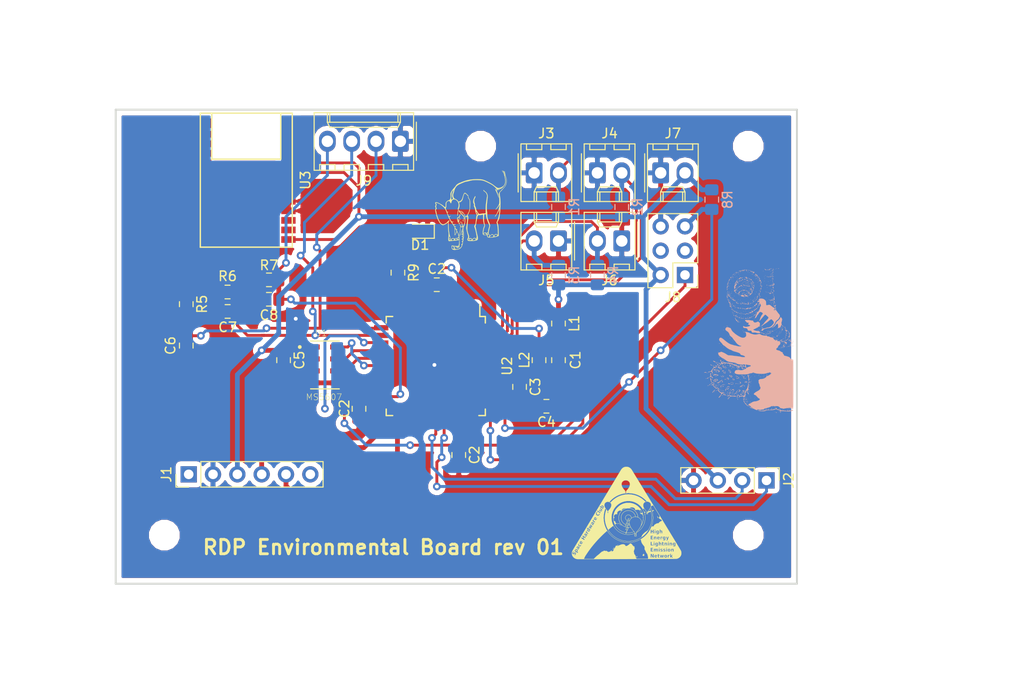
<source format=kicad_pcb>
(kicad_pcb (version 20171130) (host pcbnew 5.0.1)
  (title_block (title "HELEN RDP Environmental Board") (date 2018-10-28) (rev 01) (company "UAH Space Hardware Club") (comment 1 "Made by: Cory Wolfe"))
  (layers (0 F.Cu signal) (31 B.Cu signal) (34 B.Paste user) (35 F.Paste user) (36 B.SilkS user) (37 F.SilkS user) (38 B.Mask user) (39 F.Mask user) (44 Edge.Cuts user))
  (net 0 "")
  (net 1 GND)
  (net 2 "Net-(C1-Pad1)")
  (net 3 "Net-(C3-Pad1)")
  (net 4 +3V3)
  (net 5 /RXC)
  (net 6 /TXC)
  (net 7 /PPS)
  (net 8 "Net-(D1-Pad2)")
  (net 9 "Net-(J1-Pad1)")
  (net 10 /RXD)
  (net 11 /TXD)
  (net 12 "Net-(J1-Pad6)")
  (net 13 /SCLE)
  (net 14 /SDAD)
  (net 15 /RT1)
  (net 16 /RT2)
  (net 17 /RT3)
  (net 18 /RT4)
  (net 19 /PDI-DATA)
  (net 20 "Net-(J8-Pad3)")
  (net 21 "Net-(J8-Pad4)")
  (net 22 /PDI-CLK)
  (net 23 "Net-(R5-Pad1)")
  (net 24 "Net-(R6-Pad1)")
  (net 25 "Net-(R7-Pad2)")
  (net 26 /LED)
  (net 27 /SCLKC)
  (net 28 /SSC)
  (net 29 /MISOC)
  (net 30 /MOSIC)
  (net 31 "Net-(U2-Pad1)")
  (net 32 "Net-(U2-Pad2)")
  (net 33 "Net-(U2-Pad3)")
  (net 34 "Net-(U2-Pad4)")
  (net 35 "Net-(U2-Pad5)")
  (net 36 "Net-(U2-Pad6)")
  (net 37 "Net-(U2-Pad7)")
  (net 38 "Net-(U2-Pad11)")
  (net 39 "Net-(U2-Pad20)")
  (net 40 "Net-(U2-Pad24)")
  (net 41 "Net-(U2-Pad25)")
  (net 42 "Net-(U2-Pad26)")
  (net 43 "Net-(U2-Pad27)")
  (net 44 "Net-(U2-Pad32)")
  (net 45 "Net-(U2-Pad33)")
  (net 46 "Net-(U2-Pad36)")
  (net 47 "Net-(U2-Pad37)")
  (net 48 "Net-(U2-Pad40)")
  (net 49 "Net-(U3-Pad2)")
  (net 50 "Net-(U3-Pad3)")
  (net 51 "Net-(U3-Pad6)")
  (net 52 "Net-(U3-Pad7)")
  (net 53 "Net-(U3-Pad16)")
  (net 54 "Net-(U3-Pad17)")
  (net 55 "Net-(U3-Pad20)")
  (net 56 "Net-(U3-Pad23)")
  (net 57 "Net-(U3-Pad24)")
  (net 58 "Net-(U3-Pad28)")
  (net 59 "Net-(U3-Pad30)")
  (module MountingHole:MountingHole_2.2mm_M2 (layer F.Cu) (at 60.96 25.4 90)
    (fp_text reference REF** hide)
    (fp_text value MountingHole_2.2mm_M2 hide)
    (pad 1 np_thru_hole circle (at 0 0 90) (size 2.2 2.2) (drill 2.2) (layers *.Cu *.Mask))
  )
  (module MountingHole:MountingHole_2.2mm_M2 (layer F.Cu) (at 27.94 66.04 90)
    (fp_text reference REF** hide)
    (fp_text value MountingHole_2.2mm_M2 hide)
    (pad 1 np_thru_hole circle (at 0 0 90) (size 2.2 2.2) (drill 2.2) (layers *.Cu *.Mask))
  )
  (module MountingHole:MountingHole_2.2mm_M2 (layer F.Cu) (at 88.9 66.04 90)
    (fp_text reference REF** hide)
    (fp_text value MountingHole_2.2mm_M2 hide)
    (pad 1 np_thru_hole circle (at 0 0 90) (size 2.2 2.2) (drill 2.2) (layers *.Cu *.Mask))
  )
  (module Capacitor_SMD:C_0805_2012Metric_Pad1.15x1.40mm_HandSolder (layer F.Cu) (at 65.024 50.555 270)
    (fp_text reference C3 (at 0 -1.65 270) (layer F.SilkS))
    (fp_text value 100nF)
    (pad 1 smd roundrect (at -1.025 0 270) (size 1.15 1.4) (layers F.Cu F.Paste F.Mask) (roundrect_rratio 0.217391) (net 3 "Net-(C3-Pad1)"))
    (pad 2 smd roundrect (at 1.025 0 270) (size 1.15 1.4) (layers F.Cu F.Paste F.Mask) (roundrect_rratio 0.217391) (net 1 GND))
  )
  (module Capacitor_SMD:C_0805_2012Metric_Pad1.15x1.40mm_HandSolder (layer F.Cu) (at 56.379 39.878)
    (fp_text reference C2 (at 0 -1.65) (layer F.SilkS))
    (fp_text value 100nF)
    (pad 2 smd roundrect (at 1.025 0) (size 1.15 1.4) (layers F.Cu F.Paste F.Mask) (roundrect_rratio 0.217391) (net 1 GND))
    (pad 1 smd roundrect (at -1.025 0) (size 1.15 1.4) (layers F.Cu F.Paste F.Mask) (roundrect_rratio 0.217391) (net 2 "Net-(C1-Pad1)"))
  )
  (module Capacitor_SMD:C_0805_2012Metric_Pad1.15x1.40mm_HandSolder (layer F.Cu) (at 48.26 52.841 270)
    (fp_text reference C2 (at -0.009 1.524 270) (layer F.SilkS))
    (fp_text value 100nF)
    (pad 1 smd roundrect (at -1.025 0 270) (size 1.15 1.4) (layers F.Cu F.Paste F.Mask) (roundrect_rratio 0.217391) (net 2 "Net-(C1-Pad1)"))
    (pad 2 smd roundrect (at 1.025 0 270) (size 1.15 1.4) (layers F.Cu F.Paste F.Mask) (roundrect_rratio 0.217391) (net 1 GND))
  )
  (module Capacitor_SMD:C_0805_2012Metric_Pad1.15x1.40mm_HandSolder (layer F.Cu) (at 69.088 47.761 270)
    (fp_text reference C1 (at -0.009 -1.778 270) (layer F.SilkS))
    (fp_text value 10μF)
    (pad 2 smd roundrect (at 1.025 0 270) (size 1.15 1.4) (layers F.Cu F.Paste F.Mask) (roundrect_rratio 0.217391) (net 1 GND))
    (pad 1 smd roundrect (at -1.025 0 270) (size 1.15 1.4) (layers F.Cu F.Paste F.Mask) (roundrect_rratio 0.217391) (net 2 "Net-(C1-Pad1)"))
  )
  (module Capacitor_SMD:C_0805_2012Metric_Pad1.15x1.40mm_HandSolder (layer F.Cu) (at 58.674 57.667 270)
    (fp_text reference C2 (at 0 -1.65 270) (layer F.SilkS))
    (fp_text value 100nF)
    (pad 1 smd roundrect (at -1.025 0 270) (size 1.15 1.4) (layers F.Cu F.Paste F.Mask) (roundrect_rratio 0.217391) (net 2 "Net-(C1-Pad1)"))
    (pad 2 smd roundrect (at 1.025 0 270) (size 1.15 1.4) (layers F.Cu F.Paste F.Mask) (roundrect_rratio 0.217391) (net 1 GND))
  )
  (module Capacitor_SMD:C_0805_2012Metric_Pad1.15x1.40mm_HandSolder (layer F.Cu) (at 67.827 52.578 180)
    (fp_text reference C4 (at 0 -1.65 180) (layer F.SilkS))
    (fp_text value 10μF)
    (pad 2 smd roundrect (at 1.025 0 180) (size 1.15 1.4) (layers F.Cu F.Paste F.Mask) (roundrect_rratio 0.217391) (net 3 "Net-(C3-Pad1)"))
    (pad 1 smd roundrect (at -1.025 0 180) (size 1.15 1.4) (layers F.Cu F.Paste F.Mask) (roundrect_rratio 0.217391) (net 1 GND))
  )
  (module Capacitor_SMD:C_0805_2012Metric_Pad1.15x1.40mm_HandSolder (layer F.Cu) (at 40.386 47.761 270)
    (fp_text reference C5 (at 0 -1.65 270) (layer F.SilkS))
    (fp_text value 100nF)
    (pad 2 smd roundrect (at 1.025 0 270) (size 1.15 1.4) (layers F.Cu F.Paste F.Mask) (roundrect_rratio 0.217391) (net 1 GND))
    (pad 1 smd roundrect (at -1.025 0 270) (size 1.15 1.4) (layers F.Cu F.Paste F.Mask) (roundrect_rratio 0.217391) (net 4 +3V3))
  )
  (module Capacitor_SMD:C_0805_2012Metric_Pad1.15x1.40mm_HandSolder (layer F.Cu) (at 30.226 46.237 90)
    (fp_text reference C6 (at 0 -1.65 90) (layer F.SilkS))
    (fp_text value C_Small)
    (pad 1 smd roundrect (at -1.025 0 90) (size 1.15 1.4) (layers F.Cu F.Paste F.Mask) (roundrect_rratio 0.217391) (net 1 GND))
    (pad 2 smd roundrect (at 1.025 0 90) (size 1.15 1.4) (layers F.Cu F.Paste F.Mask) (roundrect_rratio 0.217391) (net 5 /RXC))
  )
  (module Capacitor_SMD:C_0805_2012Metric_Pad1.15x1.40mm_HandSolder (layer F.Cu) (at 34.544 42.672 180)
    (fp_text reference C7 (at 0 -1.65 180) (layer F.SilkS))
    (fp_text value C_Small)
    (pad 1 smd roundrect (at -1.025 0 180) (size 1.15 1.4) (layers F.Cu F.Paste F.Mask) (roundrect_rratio 0.217391) (net 6 /TXC))
    (pad 2 smd roundrect (at 1.025 0 180) (size 1.15 1.4) (layers F.Cu F.Paste F.Mask) (roundrect_rratio 0.217391) (net 1 GND))
  )
  (module Capacitor_SMD:C_0805_2012Metric_Pad1.15x1.40mm_HandSolder (layer F.Cu) (at 38.862 41.402 180)
    (fp_text reference C8 (at 0 -1.65 180) (layer F.SilkS))
    (fp_text value C_Small)
    (pad 2 smd roundrect (at 1.025 0 180) (size 1.15 1.4) (layers F.Cu F.Paste F.Mask) (roundrect_rratio 0.217391) (net 1 GND))
    (pad 1 smd roundrect (at -1.025 0 180) (size 1.15 1.4) (layers F.Cu F.Paste F.Mask) (roundrect_rratio 0.217391) (net 7 /PPS))
  )
  (module LED_SMD:LED_0603_1608Metric (layer F.Cu) (at 54.6355 34.29 180)
    (fp_text reference D1 (at 0 -1.43 180) (layer F.SilkS))
    (fp_text value LED)
    (pad 1 smd roundrect (at -0.7875 0 180) (size 0.875 0.95) (layers F.Cu F.Paste F.Mask) (net 1 GND))
    (pad 2 smd roundrect (at 0.7875 0 180) (size 0.875 0.95) (layers F.Cu F.Paste F.Mask) (net 8 "Net-(D1-Pad2)"))
  )
  (module Connector_PinHeader_2.54mm:PinHeader_1x06_P2.54mm_Vertical (layer F.Cu) (at 30.48 59.69 90)
    (fp_text reference J1 (at 0 -2.33 90) (layer F.SilkS))
    (fp_text value OPENLOG)
    (pad 1 thru_hole rect (at 0 0 90) (size 1.7 1.7) (drill 1) (layers *.Cu *.Mask) (net 9 "Net-(J1-Pad1)"))
    (pad 2 thru_hole oval (at 0 2.54 90) (size 1.7 1.7) (drill 1) (layers *.Cu *.Mask) (net 1 GND))
    (pad 3 thru_hole oval (at 0 5.08 90) (size 1.7 1.7) (drill 1) (layers *.Cu *.Mask) (net 4 +3V3))
    (pad 4 thru_hole oval (at 0 7.62 90) (size 1.7 1.7) (drill 1) (layers *.Cu *.Mask) (net 10 /RXD))
    (pad 5 thru_hole oval (at 0 10.16 90) (size 1.7 1.7) (drill 1) (layers *.Cu *.Mask) (net 11 /TXD))
    (pad 6 thru_hole oval (at 0 12.7 90) (size 1.7 1.7) (drill 1) (layers *.Cu *.Mask) (net 12 "Net-(J1-Pad6)"))
  )
  (module Connector_PinHeader_2.54mm:PinHeader_1x04_P2.54mm_Vertical (layer F.Cu) (at 90.805 60.325 270)
    (fp_text reference J2 (at 0 -2.33 270) (layer F.SilkS))
    (fp_text value MPU)
    (pad 1 thru_hole rect (at 0 0 270) (size 1.7 1.7) (drill 1) (layers *.Cu *.Mask) (net 13 /SCLE))
    (pad 2 thru_hole oval (at 0 2.54 270) (size 1.7 1.7) (drill 1) (layers *.Cu *.Mask) (net 14 /SDAD))
    (pad 3 thru_hole oval (at 0 5.08 270) (size 1.7 1.7) (drill 1) (layers *.Cu *.Mask) (net 4 +3V3))
    (pad 4 thru_hole oval (at 0 7.62 270) (size 1.7 1.7) (drill 1) (layers *.Cu *.Mask) (net 1 GND))
  )
  (module Connector_Molex:Molex_KK-254_AE-6410-02A_1x02_P2.54mm_Vertical (layer F.Cu) (at 66.548 28.194)
    (fp_text reference J3 (at 1.27 -4.12) (layer F.SilkS))
    (fp_text value RT1)
    (pad 2 thru_hole oval (at 2.54 0) (size 1.74 2.2) (drill 1.2) (layers *.Cu *.Mask) (net 15 /RT1))
    (pad 1 thru_hole roundrect (at 0 0) (size 1.74 2.2) (drill 1.2) (layers *.Cu *.Mask) (roundrect_rratio 0.143678) (net 1 GND))
  )
  (module Connector_Molex:Molex_KK-254_AE-6410-02A_1x02_P2.54mm_Vertical (layer F.Cu) (at 73.152 28.194)
    (fp_text reference J4 (at 1.27 -4.12) (layer F.SilkS))
    (fp_text value RT2)
    (pad 1 thru_hole roundrect (at 0 0) (size 1.74 2.2) (drill 1.2) (layers *.Cu *.Mask) (roundrect_rratio 0.143678) (net 1 GND))
    (pad 2 thru_hole oval (at 2.54 0) (size 1.74 2.2) (drill 1.2) (layers *.Cu *.Mask) (net 16 /RT2))
  )
  (module Connector_Molex:Molex_KK-254_AE-6410-02A_1x02_P2.54mm_Vertical (layer F.Cu) (at 69.088 35.306 180)
    (fp_text reference J5 (at 1.27 -4.12 180) (layer F.SilkS))
    (fp_text value RT3)
    (pad 2 thru_hole oval (at 2.54 0 180) (size 1.74 2.2) (drill 1.2) (layers *.Cu *.Mask) (net 17 /RT3))
    (pad 1 thru_hole roundrect (at 0 0 180) (size 1.74 2.2) (drill 1.2) (layers *.Cu *.Mask) (roundrect_rratio 0.143678) (net 1 GND))
  )
  (module Connector_Molex:Molex_KK-254_AE-6410-02A_1x02_P2.54mm_Vertical (layer F.Cu) (at 75.692 35.306 180)
    (fp_text reference J6 (at 1.27 -4.12 180) (layer F.SilkS))
    (fp_text value RT4)
    (pad 1 thru_hole roundrect (at 0 0 180) (size 1.74 2.2) (drill 1.2) (layers *.Cu *.Mask) (roundrect_rratio 0.143678) (net 1 GND))
    (pad 2 thru_hole oval (at 2.54 0 180) (size 1.74 2.2) (drill 1.2) (layers *.Cu *.Mask) (net 18 /RT4))
  )
  (module Connector_Molex:Molex_KK-254_AE-6410-02A_1x02_P2.54mm_Vertical (layer F.Cu) (at 79.756 28.194)
    (fp_text reference J7 (at 1.27 -4.12) (layer F.SilkS))
    (fp_text value 3.3V)
    (pad 1 thru_hole roundrect (at 0 0) (size 1.74 2.2) (drill 1.2) (layers *.Cu *.Mask) (roundrect_rratio 0.143678) (net 1 GND))
    (pad 2 thru_hole oval (at 2.54 0) (size 1.74 2.2) (drill 1.2) (layers *.Cu *.Mask) (net 4 +3V3))
  )
  (module Connector_PinHeader_2.54mm:PinHeader_2x03_P2.54mm_Vertical (layer F.Cu) (at 82.296 38.862 180)
    (fp_text reference J8 (at 1.27 -2.33 180) (layer F.SilkS))
    (fp_text value AVR-PDI-6)
    (pad 1 thru_hole rect (at 0 0 180) (size 1.7 1.7) (drill 1) (layers *.Cu *.Mask) (net 19 /PDI-DATA))
    (pad 2 thru_hole oval (at 2.54 0 180) (size 1.7 1.7) (drill 1) (layers *.Cu *.Mask) (net 4 +3V3))
    (pad 3 thru_hole oval (at 0 2.54 180) (size 1.7 1.7) (drill 1) (layers *.Cu *.Mask) (net 20 "Net-(J8-Pad3)"))
    (pad 4 thru_hole oval (at 2.54 2.54 180) (size 1.7 1.7) (drill 1) (layers *.Cu *.Mask) (net 21 "Net-(J8-Pad4)"))
    (pad 5 thru_hole oval (at 0 5.08 180) (size 1.7 1.7) (drill 1) (layers *.Cu *.Mask) (net 22 /PDI-CLK))
    (pad 6 thru_hole oval (at 2.54 5.08 180) (size 1.7 1.7) (drill 1) (layers *.Cu *.Mask) (net 1 GND))
  )
  (module Inductor_SMD:L_0805_2012Metric_Pad1.15x1.40mm_HandSolder (layer F.Cu) (at 69.088 43.933 270)
    (fp_text reference L1 (at 0 -1.65 270) (layer F.SilkS))
    (fp_text value 10μH)
    (pad 2 smd roundrect (at 1.025 0 270) (size 1.15 1.4) (layers F.Cu F.Paste F.Mask) (roundrect_rratio 0.217391) (net 2 "Net-(C1-Pad1)"))
    (pad 1 smd roundrect (at -1.025 0 270) (size 1.15 1.4) (layers F.Cu F.Paste F.Mask) (roundrect_rratio 0.217391) (net 4 +3V3))
  )
  (module Inductor_SMD:L_0805_2012Metric_Pad1.15x1.40mm_HandSolder (layer F.Cu) (at 67.056 47.761 270)
    (fp_text reference L2 (at -0.009 1.524 270) (layer F.SilkS))
    (fp_text value FB)
    (pad 1 smd roundrect (at -1.025 0 270) (size 1.15 1.4) (layers F.Cu F.Paste F.Mask) (roundrect_rratio 0.217391) (net 2 "Net-(C1-Pad1)"))
    (pad 2 smd roundrect (at 1.025 0 270) (size 1.15 1.4) (layers F.Cu F.Paste F.Mask) (roundrect_rratio 0.217391) (net 3 "Net-(C3-Pad1)"))
  )
  (module Resistor_SMD:R_0805_2012Metric_Pad1.15x1.40mm_HandSolder (layer B.Cu) (at 69.088 31.75 90)
    (fp_text reference R1 (at 0 1.65 90) (layer B.SilkS) (effects (justify mirror)))
    (fp_text value 200Ω)
    (pad 2 smd roundrect (at 1.025 0 90) (size 1.15 1.4) (layers B.Cu B.Paste B.Mask) (roundrect_rratio 0.217391) (net 15 /RT1))
    (pad 1 smd roundrect (at -1.025 0 90) (size 1.15 1.4) (layers B.Cu B.Paste B.Mask) (roundrect_rratio 0.217391) (net 4 +3V3))
  )
  (module Resistor_SMD:R_0805_2012Metric_Pad1.15x1.40mm_HandSolder (layer B.Cu) (at 75.692 31.759 90)
    (fp_text reference R2 (at 0 1.65 90) (layer B.SilkS) (effects (justify mirror)))
    (fp_text value 200Ω)
    (pad 1 smd roundrect (at -1.025 0 90) (size 1.15 1.4) (layers B.Cu B.Paste B.Mask) (roundrect_rratio 0.217391) (net 4 +3V3))
    (pad 2 smd roundrect (at 1.025 0 90) (size 1.15 1.4) (layers B.Cu B.Paste B.Mask) (roundrect_rratio 0.217) (net 16 /RT2))
  )
  (module Resistor_SMD:R_0805_2012Metric_Pad1.15x1.40mm_HandSolder (layer B.Cu) (at 69.088 38.871 90)
    (fp_text reference R3 (at 0 1.65 90) (layer B.SilkS) (effects (justify mirror)))
    (fp_text value 200Ω)
    (pad 2 smd roundrect (at 1.025 0 90) (size 1.15 1.4) (layers B.Cu B.Paste B.Mask) (roundrect_rratio 0.217391) (net 17 /RT3))
    (pad 1 smd roundrect (at -1.025 0 90) (size 1.15 1.4) (layers B.Cu B.Paste B.Mask) (roundrect_rratio 0.217391) (net 4 +3V3))
  )
  (module Resistor_SMD:R_0805_2012Metric_Pad1.15x1.40mm_HandSolder (layer B.Cu) (at 73.152 38.862 90)
    (fp_text reference R4 (at 0 1.65 90) (layer B.SilkS) (effects (justify mirror)))
    (fp_text value 200Ω)
    (pad 1 smd roundrect (at -1.025 0 90) (size 1.15 1.4) (layers B.Cu B.Paste B.Mask) (roundrect_rratio 0.217391) (net 4 +3V3))
    (pad 2 smd roundrect (at 1.025 0 90) (size 1.15 1.4) (layers B.Cu B.Paste B.Mask) (roundrect_rratio 0.217391) (net 18 /RT4))
  )
  (module Resistor_SMD:R_0805_2012Metric_Pad1.15x1.40mm_HandSolder (layer F.Cu) (at 30.226 41.91 270)
    (fp_text reference R5 (at 0 -1.65 270) (layer F.SilkS))
    (fp_text value 220Ω)
    (pad 1 smd roundrect (at -1.025 0 270) (size 1.15 1.4) (layers F.Cu F.Paste F.Mask) (roundrect_rratio 0.217391) (net 23 "Net-(R5-Pad1)"))
    (pad 2 smd roundrect (at 1.025 0 270) (size 1.15 1.4) (layers F.Cu F.Paste F.Mask) (roundrect_rratio 0.217391) (net 5 /RXC))
  )
  (module Resistor_SMD:R_0805_2012Metric_Pad1.15x1.40mm_HandSolder (layer F.Cu) (at 34.535 40.64)
    (fp_text reference R6 (at 0 -1.65) (layer F.SilkS))
    (fp_text value 220Ω)
    (pad 1 smd roundrect (at -1.025 0) (size 1.15 1.4) (layers F.Cu F.Paste F.Mask) (roundrect_rratio 0.217391) (net 24 "Net-(R6-Pad1)"))
    (pad 2 smd roundrect (at 1.025 0) (size 1.15 1.4) (layers F.Cu F.Paste F.Mask) (roundrect_rratio 0.217391) (net 6 /TXC))
  )
  (module Resistor_SMD:R_0805_2012Metric_Pad1.15x1.40mm_HandSolder (layer F.Cu) (at 38.862 39.37 180)
    (fp_text reference R7 (at 0 1.524 180) (layer F.SilkS))
    (fp_text value 220Ω)
    (pad 2 smd roundrect (at 1.025 0 180) (size 1.15 1.4) (layers F.Cu F.Paste F.Mask) (roundrect_rratio 0.217391) (net 25 "Net-(R7-Pad2)"))
    (pad 1 smd roundrect (at -1.025 0 180) (size 1.15 1.4) (layers F.Cu F.Paste F.Mask) (roundrect_rratio 0.217391) (net 7 /PPS))
  )
  (module Resistor_SMD:R_0805_2012Metric_Pad1.15x1.40mm_HandSolder (layer B.Cu) (at 85.09 30.988 90)
    (fp_text reference R8 (at 0 1.65 90) (layer B.SilkS) (effects (justify mirror)))
    (fp_text value 10kΩ)
    (pad 1 smd roundrect (at -1.025 0 90) (size 1.15 1.4) (layers B.Cu B.Paste B.Mask) (roundrect_rratio 0.217391) (net 22 /PDI-CLK))
    (pad 2 smd roundrect (at 1.025 0 90) (size 1.15 1.4) (layers B.Cu B.Paste B.Mask) (roundrect_rratio 0.217391) (net 4 +3V3))
  )
  (module Resistor_SMD:R_0805_2012Metric_Pad1.15x1.40mm_HandSolder (layer F.Cu) (at 52.324 38.617 270)
    (fp_text reference R9 (at 0 -1.65 270) (layer F.SilkS))
    (fp_text value 220Ω)
    (pad 2 smd roundrect (at 1.025 0 270) (size 1.15 1.4) (layers F.Cu F.Paste F.Mask) (roundrect_rratio 0.217391) (net 26 /LED))
    (pad 1 smd roundrect (at -1.025 0 270) (size 1.15 1.4) (layers F.Cu F.Paste F.Mask) (roundrect_rratio 0.217391) (net 8 "Net-(D1-Pad2)"))
  )
  (module MS560702BA03-50:SON125P300X500X100-8N (layer F.Cu) (at 44.704 48.26)
    (fp_text reference U1 (at -0.406828 -3.33089) (layer F.SilkS) (effects (font (size 0.64067 0.64067) (thickness 0.05))))
    (fp_text value MS5607 (at -0.099145 3.35642) (layer F.SilkS) (effects (font (size 0.640921 0.640921) (thickness 0.05))))
    (pad 1 smd rect (at -1.2 -1.875) (size 1.31 0.53) (layers F.Cu F.Paste F.Mask) (net 4 +3V3))
    (pad 8 smd rect (at 1.2 -1.875) (size 1.31 0.53) (layers F.Cu F.Paste F.Mask) (net 27 /SCLKC))
    (pad 2 smd rect (at -1.2 -0.625) (size 1.31 0.53) (layers F.Cu F.Paste F.Mask) (net 1 GND))
    (pad 3 smd rect (at -1.2 0.625) (size 1.31 0.53) (layers F.Cu F.Paste F.Mask) (net 1 GND))
    (pad 4 smd rect (at -1.2 1.875) (size 1.31 0.53) (layers F.Cu F.Paste F.Mask) (net 28 /SSC))
    (pad 5 smd rect (at 1.2 1.875) (size 1.31 0.53) (layers F.Cu F.Paste F.Mask) (net 28 /SSC))
    (pad 6 smd rect (at 1.2 0.625) (size 1.31 0.53) (layers F.Cu F.Paste F.Mask) (net 29 /MISOC))
    (pad 7 smd rect (at 1.2 -0.625) (size 1.31 0.53) (layers F.Cu F.Paste F.Mask) (net 30 /MOSIC))
  )
  (module Package_QFP:TQFP-44_10x10mm_P0.8mm (layer F.Cu) (at 56.276 48.374 270)
    (fp_text reference U2 (at 0 -7.45 270) (layer F.SilkS))
    (fp_text value ATxmega32A4U-AU)
    (pad 1 smd rect (at -5.7 -4 270) (size 1.5 0.55) (layers F.Cu F.Paste F.Mask) (net 31 "Net-(U2-Pad1)"))
    (pad 2 smd rect (at -5.7 -3.2 270) (size 1.5 0.55) (layers F.Cu F.Paste F.Mask) (net 32 "Net-(U2-Pad2)"))
    (pad 3 smd rect (at -5.7 -2.4 270) (size 1.5 0.55) (layers F.Cu F.Paste F.Mask) (net 33 "Net-(U2-Pad3)"))
    (pad 4 smd rect (at -5.7 -1.6 270) (size 1.5 0.55) (layers F.Cu F.Paste F.Mask) (net 34 "Net-(U2-Pad4)"))
    (pad 5 smd rect (at -5.7 -0.8 270) (size 1.5 0.55) (layers F.Cu F.Paste F.Mask) (net 35 "Net-(U2-Pad5)"))
    (pad 6 smd rect (at -5.7 0 270) (size 1.5 0.55) (layers F.Cu F.Paste F.Mask) (net 36 "Net-(U2-Pad6)"))
    (pad 7 smd rect (at -5.7 0.8 270) (size 1.5 0.55) (layers F.Cu F.Paste F.Mask) (net 37 "Net-(U2-Pad7)"))
    (pad 8 smd rect (at -5.7 1.6 270) (size 1.5 0.55) (layers F.Cu F.Paste F.Mask) (net 1 GND))
    (pad 9 smd rect (at -5.7 2.4 270) (size 1.5 0.55) (layers F.Cu F.Paste F.Mask) (net 2 "Net-(C1-Pad1)"))
    (pad 10 smd rect (at -5.7 3.2 270) (size 1.5 0.55) (layers F.Cu F.Paste F.Mask) (net 26 /LED))
    (pad 11 smd rect (at -5.7 4 270) (size 1.5 0.55) (layers F.Cu F.Paste F.Mask) (net 38 "Net-(U2-Pad11)"))
    (pad 12 smd rect (at -4 5.7) (size 1.5 0.55) (layers F.Cu F.Paste F.Mask) (net 5 /RXC))
    (pad 13 smd rect (at -3.2 5.7) (size 1.5 0.55) (layers F.Cu F.Paste F.Mask) (net 6 /TXC))
    (pad 14 smd rect (at -2.4 5.7) (size 1.5 0.55) (layers F.Cu F.Paste F.Mask) (net 28 /SSC))
    (pad 15 smd rect (at -1.6 5.7) (size 1.5 0.55) (layers F.Cu F.Paste F.Mask) (net 30 /MOSIC))
    (pad 16 smd rect (at -0.8 5.7) (size 1.5 0.55) (layers F.Cu F.Paste F.Mask) (net 29 /MISOC))
    (pad 17 smd rect (at 0 5.7) (size 1.5 0.55) (layers F.Cu F.Paste F.Mask) (net 27 /SCLKC))
    (pad 18 smd rect (at 0.8 5.7) (size 1.5 0.55) (layers F.Cu F.Paste F.Mask) (net 1 GND))
    (pad 19 smd rect (at 1.6 5.7) (size 1.5 0.55) (layers F.Cu F.Paste F.Mask) (net 2 "Net-(C1-Pad1)"))
    (pad 20 smd rect (at 2.4 5.7) (size 1.5 0.55) (layers F.Cu F.Paste F.Mask) (net 39 "Net-(U2-Pad20)"))
    (pad 21 smd rect (at 3.2 5.7) (size 1.5 0.55) (layers F.Cu F.Paste F.Mask) (net 7 /PPS))
    (pad 22 smd rect (at 4 5.7) (size 1.5 0.55) (layers F.Cu F.Paste F.Mask) (net 10 /RXD))
    (pad 23 smd rect (at 5.7 4 270) (size 1.5 0.55) (layers F.Cu F.Paste F.Mask) (net 11 /TXD))
    (pad 24 smd rect (at 5.7 3.2 270) (size 1.5 0.55) (layers F.Cu F.Paste F.Mask) (net 40 "Net-(U2-Pad24)"))
    (pad 25 smd rect (at 5.7 2.4 270) (size 1.5 0.55) (layers F.Cu F.Paste F.Mask) (net 41 "Net-(U2-Pad25)"))
    (pad 26 smd rect (at 5.7 1.6 270) (size 1.5 0.55) (layers F.Cu F.Paste F.Mask) (net 42 "Net-(U2-Pad26)"))
    (pad 27 smd rect (at 5.7 0.8 270) (size 1.5 0.55) (layers F.Cu F.Paste F.Mask) (net 43 "Net-(U2-Pad27)"))
    (pad 28 smd rect (at 5.7 0 270) (size 1.5 0.55) (layers F.Cu F.Paste F.Mask) (net 14 /SDAD))
    (pad 29 smd rect (at 5.7 -0.8 270) (size 1.5 0.55) (layers F.Cu F.Paste F.Mask) (net 13 /SCLE))
    (pad 30 smd rect (at 5.7 -1.6 270) (size 1.5 0.55) (layers F.Cu F.Paste F.Mask) (net 1 GND))
    (pad 31 smd rect (at 5.7 -2.4 270) (size 1.5 0.55) (layers F.Cu F.Paste F.Mask) (net 2 "Net-(C1-Pad1)"))
    (pad 32 smd rect (at 5.7 -3.2 270) (size 1.5 0.55) (layers F.Cu F.Paste F.Mask) (net 44 "Net-(U2-Pad32)"))
    (pad 33 smd rect (at 5.7 -4 270) (size 1.5 0.55) (layers F.Cu F.Paste F.Mask) (net 45 "Net-(U2-Pad33)"))
    (pad 34 smd rect (at 4 -5.7) (size 1.5 0.55) (layers F.Cu F.Paste F.Mask) (net 19 /PDI-DATA))
    (pad 35 smd rect (at 3.2 -5.7) (size 1.5 0.55) (layers F.Cu F.Paste F.Mask) (net 22 /PDI-CLK))
    (pad 36 smd rect (at 2.4 -5.7) (size 1.5 0.55) (layers F.Cu F.Paste F.Mask) (net 46 "Net-(U2-Pad36)"))
    (pad 37 smd rect (at 1.6 -5.7) (size 1.5 0.55) (layers F.Cu F.Paste F.Mask) (net 47 "Net-(U2-Pad37)"))
    (pad 38 smd rect (at 0.8 -5.7) (size 1.5 0.55) (layers F.Cu F.Paste F.Mask) (net 1 GND))
    (pad 39 smd rect (at 0 -5.7) (size 1.5 0.55) (layers F.Cu F.Paste F.Mask) (net 3 "Net-(C3-Pad1)"))
    (pad 40 smd rect (at -0.8 -5.7) (size 1.5 0.55) (layers F.Cu F.Paste F.Mask) (net 48 "Net-(U2-Pad40)"))
    (pad 41 smd rect (at -1.6 -5.7) (size 1.5 0.55) (layers F.Cu F.Paste F.Mask) (net 15 /RT1))
    (pad 42 smd rect (at -2.4 -5.7) (size 1.5 0.55) (layers F.Cu F.Paste F.Mask) (net 16 /RT2))
    (pad 43 smd rect (at -3.2 -5.7) (size 1.5 0.55) (layers F.Cu F.Paste F.Mask) (net 17 /RT3))
    (pad 44 smd rect (at -4 -5.7) (size 1.5 0.55) (layers F.Cu F.Paste F.Mask) (net 18 /RT4))
  )
  (module rdplibs:CAM-M8 (layer F.Cu) (at 36.494 28.956 90)
    (fp_text reference U3 (at 0 6.178 270) (layer F.SilkS))
    (fp_text value CAM-M8Q-0)
    (pad 1 smd rect (at -6.2 4.4 90) (size 0.7 1.5) (layers F.Cu F.Paste F.Mask) (net 4 +3V3))
    (pad 2 smd rect (at -5.2 4.4 90) (size 0.7 1.5) (layers F.Cu F.Paste F.Mask) (net 49 "Net-(U3-Pad2)"))
    (pad 3 smd rect (at -4.2 4.4 90) (size 0.7 1.5) (layers F.Cu F.Paste F.Mask) (net 50 "Net-(U3-Pad3)"))
    (pad 4 smd rect (at -3.2 4.4 90) (size 0.7 1.5) (layers F.Cu F.Paste F.Mask) (net 1 GND))
    (pad 5 smd rect (at -2.2 4.4 90) (size 0.7 1.5) (layers F.Cu F.Paste F.Mask) (net 1 GND))
    (pad 6 smd rect (at -1.2 4.4 90) (size 0.7 1.5) (layers F.Cu F.Paste F.Mask) (net 51 "Net-(U3-Pad6)"))
    (pad 7 smd rect (at -0.2 4.4 90) (size 0.7 1.5) (layers F.Cu F.Paste F.Mask) (net 52 "Net-(U3-Pad7)"))
    (pad 8 smd rect (at 0.8 4.4 90) (size 0.7 1.5) (layers F.Cu F.Paste F.Mask) (net 4 +3V3))
    (pad 9 smd rect (at 1.8 4.4 90) (size 0.7 1.5) (layers F.Cu F.Paste F.Mask) (net 4 +3V3))
    (pad 10 smd rect (at 2.8 4.4 90) (size 0.7 1.5) (layers F.Cu F.Paste F.Mask) (net 1 GND))
    (pad 11 smd rect (at 3.8 4.4 90) (size 0.7 1.5) (layers F.Cu F.Paste F.Mask) (net 1 GND))
    (pad 12 smd rect (at 4.8 4.4 90) (size 0.7 1.5) (layers F.Cu F.Paste F.Mask) (net 1 GND))
    (pad 13 smd rect (at 5.95 4.4 90) (size 1 1.5) (layers F.Cu F.Paste F.Mask) (net 1 GND))
    (pad 14 smd rect (at 5.95 -4.4 90) (size 1 1.5) (layers F.Cu F.Paste F.Mask) (net 1 GND))
    (pad 15 smd rect (at 4.8 -4.4 90) (size 0.7 1.5) (layers F.Cu F.Paste F.Mask) (net 1 GND))
    (pad 16 smd rect (at 3.8 -4.4 90) (size 0.7 1.5) (layers F.Cu F.Paste F.Mask) (net 53 "Net-(U3-Pad16)"))
    (pad 17 smd rect (at 2.8 -4.4 90) (size 0.7 1.5) (layers F.Cu F.Paste F.Mask) (net 54 "Net-(U3-Pad17)"))
    (pad 18 smd rect (at 1.8 -4.4 90) (size 0.7 1.5) (layers F.Cu F.Paste F.Mask) (net 1 GND))
    (pad 19 smd rect (at 0.8 -4.4 90) (size 0.7 1.5) (layers F.Cu F.Paste F.Mask) (net 1 GND))
    (pad 20 smd rect (at -0.2 -4.4 90) (size 0.7 1.5) (layers F.Cu F.Paste F.Mask) (net 55 "Net-(U3-Pad20)"))
    (pad 21 smd rect (at -1.2 -4.4 90) (size 0.7 1.5) (layers F.Cu F.Paste F.Mask) (net 1 GND))
    (pad 22 smd rect (at -2.2 -4.4 90) (size 0.7 1.5) (layers F.Cu F.Paste F.Mask) (net 1 GND))
    (pad 23 smd rect (at -3.2 -4.4 90) (size 0.7 1.5) (layers F.Cu F.Paste F.Mask) (net 56 "Net-(U3-Pad23)"))
    (pad 24 smd rect (at -4.2 -4.4 90) (size 0.7 1.5) (layers F.Cu F.Paste F.Mask) (net 57 "Net-(U3-Pad24)"))
    (pad 25 smd rect (at -5.2 -4.4 90) (size 0.7 1.5) (layers F.Cu F.Paste F.Mask) (net 23 "Net-(R5-Pad1)"))
    (pad 26 smd rect (at -6.2 -4.4 90) (size 0.7 1.5) (layers F.Cu F.Paste F.Mask) (net 24 "Net-(R6-Pad1)"))
    (pad 27 smd rect (at -7 -2 180) (size 0.7 1.5) (layers F.Cu F.Paste F.Mask) (net 1 GND))
    (pad 28 smd rect (at -7 -1 180) (size 0.7 1.5) (layers F.Cu F.Paste F.Mask) (net 58 "Net-(U3-Pad28)"))
    (pad 29 smd rect (at -7 0 180) (size 0.7 1.5) (layers F.Cu F.Paste F.Mask) (net 25 "Net-(R7-Pad2)"))
    (pad 30 smd rect (at -7 1 180) (size 0.7 1.5) (layers F.Cu F.Paste F.Mask) (net 59 "Net-(U3-Pad30)"))
    (pad 31 smd rect (at -7 2 180) (size 0.7 1.5) (layers F.Cu F.Paste F.Mask) (net 1 GND))
  )
  (module MountingHole:MountingHole_2.2mm_M2 (layer F.Cu) (at 88.9 25.4 90)
    (fp_text reference REF** hide)
    (fp_text value MountingHole_2.2mm_M2 hide)
    (pad 1 np_thru_hole circle (at 0 0 90) (size 2.2 2.2) (drill 2.2) (layers *.Cu *.Mask))
  )
  (module rdplibs:HELENlogo (layer F.Cu) (at 76.2 63.5)
    (fp_text reference G*** hide)
    (fp_text value LOGO hide)
  )
  (module rdplibs:Glow2 (layer F.Cu) (at 59.69 31.75)
    (fp_text reference G*** hide)
    (fp_text value LOGO hide)
  )
  (module rdplibs:mutilator (layer B.Cu) (at 88.9 45.72 270)
    (fp_text reference G*** hide)
    (fp_text value LOGO hide)
  )
  (module Connector_Molex:Molex_KK-254_AE-6410-04A_1x04_P2.54mm_Vertical (layer F.Cu) (at 52.578 24.892 180)
    (fp_text reference J9 (at 3.81 -4.12 180) (layer F.SilkS))
    (fp_text value FPGAO)
    (pad 1 thru_hole roundrect (at 0 0 180) (size 1.74 2.2) (drill 1.2) (layers *.Cu *.Mask) (roundrect_rratio 0.143678) (net 1 GND))
    (pad 2 thru_hole oval (at 2.54 0 180) (size 1.74 2.2) (drill 1.2) (layers *.Cu *.Mask) (net 5 /RXC))
    (pad 3 thru_hole oval (at 5.08 0 180) (size 1.74 2.2) (drill 1.2) (layers *.Cu *.Mask) (net 6 /TXC))
    (pad 4 thru_hole oval (at 7.62 0 180) (size 1.74 2.2) (drill 1.2) (layers *.Cu *.Mask) (net 7 /PPS))
  )
  (gr_text "RDP Environmental Board rev 01" (at 50.8 67.31) (layer F.SilkS) (effects (font (size 1.5 1.5) (thickness 0.3))))
  (gr_line (start 93.98 21.59) (end 22.86 21.59) (layer Edge.Cuts) (width 0.2))
  (gr_line (start 93.98 71.12) (end 93.98 21.59) (layer Edge.Cuts) (width 0.2))
  (gr_line (start 22.86 71.12) (end 93.98 71.12) (layer Edge.Cuts) (width 0.2))
  (gr_line (start 22.86 21.59) (end 22.86 71.12) (layer Edge.Cuts) (width 0.2))
  (via (at 56.134 48.26) (size 0.8) (drill 0.4) (layers F.Cu B.Cu) (net 1))
  (segment (start 57.876 50.002) (end 56.134 48.26) (width 0.3) (layer F.Cu) (net 1))
  (segment (start 57.876 54.074) (end 57.876 50.002) (width 0.3) (layer F.Cu) (net 1))
  (segment (start 58.704 49.174) (end 57.876 50.002) (width 0.3) (layer F.Cu) (net 1))
  (segment (start 61.976 49.174) (end 58.704 49.174) (width 0.3) (layer F.Cu) (net 1))
  (segment (start 54.676 46.802) (end 56.134 48.26) (width 0.3) (layer F.Cu) (net 1))
  (segment (start 54.676 42.674) (end 54.676 46.802) (width 0.3) (layer F.Cu) (net 1))
  (segment (start 51.626 49.174) (end 50.576 49.174) (width 0.3) (layer F.Cu) (net 1))
  (segment (start 54.654315 49.174) (end 51.626 49.174) (width 0.3) (layer F.Cu) (net 1))
  (segment (start 55.568315 48.26) (end 54.654315 49.174) (width 0.3) (layer F.Cu) (net 1))
  (segment (start 56.134 48.26) (end 55.568315 48.26) (width 0.3) (layer F.Cu) (net 1))
  (segment (start 64.026 51.58) (end 65.024 51.58) (width 0.3) (layer F.Cu) (net 1))
  (segment (start 63.754 51.308) (end 64.026 51.58) (width 0.3) (layer F.Cu) (net 1))
  (segment (start 63.754 49.902) (end 63.754 51.308) (width 0.3) (layer F.Cu) (net 1))
  (segment (start 61.976 49.174) (end 63.026 49.174) (width 0.3) (layer F.Cu) (net 1))
  (segment (start 63.026 49.174) (end 63.754 49.902) (width 0.3) (layer F.Cu) (net 1))
  (via (at 41.656 43.434) (size 0.8) (drill 0.4) (layers F.Cu B.Cu) (net 1))
  (segment (start 49.526 49.974) (end 50.576 49.974) (width 0.3) (layer F.Cu) (net 2))
  (segment (start 49.427 49.974) (end 49.526 49.974) (width 0.3) (layer F.Cu) (net 2))
  (segment (start 48.26 51.141) (end 49.427 49.974) (width 0.3) (layer F.Cu) (net 2))
  (segment (start 48.26 51.816) (end 48.26 51.141) (width 0.3) (layer F.Cu) (net 2))
  (segment (start 58.674 54.076) (end 58.676 54.074) (width 0.3) (layer F.Cu) (net 2))
  (segment (start 58.674 56.642) (end 58.674 54.076) (width 0.3) (layer F.Cu) (net 2))
  (segment (start 53.876 41.356) (end 55.354 39.878) (width 0.3) (layer F.Cu) (net 2))
  (segment (start 53.876 42.674) (end 53.876 41.356) (width 0.3) (layer F.Cu) (net 2))
  (segment (start 69.088 46.736) (end 67.056 46.736) (width 0.5) (layer F.Cu) (net 2))
  (segment (start 69.088 44.958) (end 69.088 46.736) (width 0.5) (layer F.Cu) (net 2))
  (segment (start 69.088 46.736) (end 70.612 48.26) (width 0.3) (layer F.Cu) (net 2))
  (segment (start 70.612 48.26) (end 70.612 54.102) (width 0.3) (layer F.Cu) (net 2))
  (segment (start 68.072 56.642) (end 58.674 56.642) (width 0.3) (layer F.Cu) (net 2))
  (segment (start 70.612 54.102) (end 68.072 56.642) (width 0.3) (layer F.Cu) (net 2))
  (via (at 53.594 56.642) (size 0.8) (drill 0.4) (layers F.Cu B.Cu) (net 2))
  (segment (start 58.674 56.642) (end 53.594 56.642) (width 0.3) (layer F.Cu) (net 2))
  (via (at 46.736 54.356) (size 0.8) (drill 0.4) (layers F.Cu B.Cu) (net 2))
  (segment (start 53.594 56.642) (end 49.022 56.642) (width 0.3) (layer B.Cu) (net 2))
  (segment (start 49.022 56.642) (end 46.736 54.356) (width 0.3) (layer B.Cu) (net 2))
  (segment (start 46.736 53.34) (end 48.26 51.816) (width 0.3) (layer F.Cu) (net 2))
  (segment (start 46.736 54.356) (end 46.736 53.34) (width 0.3) (layer F.Cu) (net 2))
  (via (at 67.056 44.45) (size 0.8) (drill 0.4) (layers F.Cu B.Cu) (net 2))
  (segment (start 67.056 46.736) (end 67.056 44.45) (width 0.3) (layer F.Cu) (net 2))
  (via (at 57.912 38.1) (size 0.8) (drill 0.4) (layers F.Cu B.Cu) (net 2))
  (segment (start 67.056 44.45) (end 64.262 44.45) (width 0.3) (layer B.Cu) (net 2))
  (segment (start 64.262 44.45) (end 57.912 38.1) (width 0.3) (layer B.Cu) (net 2))
  (segment (start 57.132 38.1) (end 55.354 39.878) (width 0.3) (layer F.Cu) (net 2))
  (segment (start 57.912 38.1) (end 57.132 38.1) (width 0.3) (layer F.Cu) (net 2))
  (segment (start 65.768 48.786) (end 65.024 49.53) (width 0.3) (layer F.Cu) (net 3))
  (segment (start 67.056 48.786) (end 65.768 48.786) (width 0.3) (layer F.Cu) (net 3))
  (segment (start 65.024 49.53) (end 63.868 48.374) (width 0.3) (layer F.Cu) (net 3))
  (segment (start 63.868 48.374) (end 62.738 48.374) (width 0.3) (layer F.Cu) (net 3))
  (segment (start 63.026 48.374) (end 62.738 48.374) (width 0.3) (layer F.Cu) (net 3))
  (segment (start 62.738 48.374) (end 61.976 48.374) (width 0.3) (layer F.Cu) (net 3))
  (segment (start 67.056 52.324) (end 66.802 52.578) (width 0.3) (layer F.Cu) (net 3))
  (segment (start 67.056 48.786) (end 67.056 52.324) (width 0.3) (layer F.Cu) (net 3))
  (segment (start 76.492 32.784) (end 75.692 32.784) (width 0.5) (layer B.Cu) (net 4))
  (segment (start 77.936 32.784) (end 76.492 32.784) (width 0.5) (layer B.Cu) (net 4))
  (segment (start 82.296 28.424) (end 77.936 32.784) (width 0.5) (layer B.Cu) (net 4))
  (segment (start 82.296 28.194) (end 82.296 28.424) (width 0.5) (layer B.Cu) (net 4))
  (segment (start 69.097 32.784) (end 69.088 32.775) (width 0.5) (layer B.Cu) (net 4))
  (segment (start 72.898 32.784) (end 72.626 32.784) (width 0.5) (layer B.Cu) (net 4))
  (segment (start 72.898 32.784) (end 69.097 32.784) (width 0.5) (layer B.Cu) (net 4))
  (segment (start 75.692 32.784) (end 72.898 32.784) (width 0.5) (layer B.Cu) (net 4))
  (segment (start 77.936 37.042) (end 79.756 38.862) (width 0.5) (layer B.Cu) (net 4))
  (segment (start 77.936 32.784) (end 77.936 37.042) (width 0.5) (layer B.Cu) (net 4))
  (segment (start 78.731 39.887) (end 73.152 39.887) (width 0.5) (layer B.Cu) (net 4))
  (segment (start 79.756 38.862) (end 78.731 39.887) (width 0.5) (layer B.Cu) (net 4))
  (segment (start 69.097 39.887) (end 69.088 39.896) (width 0.5) (layer B.Cu) (net 4))
  (segment (start 73.152 39.887) (end 69.097 39.887) (width 0.5) (layer B.Cu) (net 4))
  (segment (start 84.065 29.963) (end 82.296 28.194) (width 0.5) (layer B.Cu) (net 4))
  (segment (start 85.09 29.963) (end 84.065 29.963) (width 0.5) (layer B.Cu) (net 4))
  (segment (start 69.088 32.775) (end 48.251 32.775) (width 0.5) (layer B.Cu) (net 4))
  (segment (start 48.251 32.775) (end 39.878 41.148) (width 0.5) (layer B.Cu) (net 4))
  (via (at 38.1 46.736) (size 0.8) (drill 0.4) (layers F.Cu B.Cu) (net 4))
  (segment (start 39.878 41.148) (end 39.878 44.958) (width 0.5) (layer B.Cu) (net 4))
  (segment (start 39.878 44.958) (end 38.1 46.736) (width 0.5) (layer B.Cu) (net 4))
  (segment (start 38.1 46.736) (end 40.386 46.736) (width 0.5) (layer F.Cu) (net 4))
  (segment (start 40.737 46.385) (end 40.386 46.736) (width 0.5) (layer F.Cu) (net 4))
  (segment (start 43.504 46.385) (end 40.737 46.385) (width 0.5) (layer F.Cu) (net 4))
  (segment (start 35.56 49.276) (end 35.56 59.69) (width 0.5) (layer B.Cu) (net 4))
  (segment (start 38.1 46.736) (end 35.56 49.276) (width 0.5) (layer B.Cu) (net 4))
  (via (at 69.088 41.402) (size 0.8) (drill 0.4) (layers F.Cu B.Cu) (net 4))
  (segment (start 69.088 39.896) (end 69.088 41.402) (width 0.5) (layer B.Cu) (net 4))
  (segment (start 69.088 41.402) (end 69.088 42.908) (width 0.5) (layer F.Cu) (net 4))
  (segment (start 79.756 38.862) (end 78.232 40.386) (width 0.5) (layer B.Cu) (net 4))
  (via (at 48.251 32.775) (size 0.8) (drill 0.4) (layers F.Cu B.Cu) (net 4))
  (segment (start 45.87 35.156) (end 48.251 32.775) (width 0.3) (layer F.Cu) (net 4))
  (segment (start 40.894 35.156) (end 45.87 35.156) (width 0.3) (layer F.Cu) (net 4))
  (segment (start 48.251 32.775) (end 48.251 29.709) (width 0.3) (layer F.Cu) (net 4))
  (segment (start 46.698 28.156) (end 40.894 28.156) (width 0.3) (layer F.Cu) (net 4))
  (segment (start 48.251 29.709) (end 46.698 28.156) (width 0.3) (layer F.Cu) (net 4))
  (segment (start 48.251 29.709) (end 48.251 27.677) (width 0.3) (layer F.Cu) (net 4))
  (segment (start 47.73 27.156) (end 40.894 27.156) (width 0.3) (layer F.Cu) (net 4))
  (segment (start 48.251 27.677) (end 47.73 27.156) (width 0.3) (layer F.Cu) (net 4))
  (segment (start 78.232 52.832) (end 85.725 60.325) (width 0.5) (layer B.Cu) (net 4))
  (segment (start 78.232 40.386) (end 78.232 52.832) (width 0.5) (layer B.Cu) (net 4))
  (segment (start 30.226 42.935) (end 30.226 45.212) (width 0.5) (layer F.Cu) (net 5))
  (via (at 31.75 45.212) (size 0.8) (drill 0.4) (layers F.Cu B.Cu) (net 5))
  (segment (start 30.226 45.212) (end 31.75 45.212) (width 0.3) (layer F.Cu) (net 5))
  (segment (start 32.258 44.704) (end 31.75 45.212) (width 0.3) (layer B.Cu) (net 5))
  (segment (start 50.5 44.45) (end 50.576 44.374) (width 0.3) (layer F.Cu) (net 5))
  (via (at 38.608 44.424) (size 0.8) (drill 0.4) (layers F.Cu B.Cu) (net 5))
  (segment (start 32.258 44.704) (end 38.328 44.704) (width 0.3) (layer B.Cu) (net 5))
  (segment (start 38.328 44.704) (end 38.608 44.424) (width 0.3) (layer B.Cu) (net 5))
  (segment (start 50.526 44.424) (end 50.576 44.374) (width 0.3) (layer F.Cu) (net 5))
  (via (at 43.848959 35.974959) (size 0.8) (drill 0.4) (layers F.Cu B.Cu) (net 5))
  (segment (start 44.196 44.424) (end 44.196 36.322) (width 0.3) (layer F.Cu) (net 5))
  (segment (start 44.196 36.322) (end 43.848959 35.974959) (width 0.3) (layer F.Cu) (net 5))
  (segment (start 44.196 44.424) (end 50.526 44.424) (width 0.3) (layer F.Cu) (net 5))
  (segment (start 38.608 44.424) (end 44.196 44.424) (width 0.3) (layer F.Cu) (net 5))
  (segment (start 43.848959 35.974959) (end 43.848959 34.637041) (width 0.3) (layer B.Cu) (net 5))
  (segment (start 50.038 28.448) (end 50.038 24.892) (width 0.3) (layer B.Cu) (net 5))
  (segment (start 43.848959 34.637041) (end 50.038 28.448) (width 0.3) (layer B.Cu) (net 5))
  (segment (start 38.071 45.174) (end 38.354 45.174) (width 0.3) (layer F.Cu) (net 6))
  (segment (start 38.354 45.174) (end 42.926 45.174) (width 0.3) (layer F.Cu) (net 6))
  (segment (start 36.614 45.174) (end 38.354 45.174) (width 0.3) (layer F.Cu) (net 6))
  (segment (start 35.569 44.129) (end 36.614 45.174) (width 0.3) (layer F.Cu) (net 6))
  (segment (start 42.926 45.174) (end 43.688 45.174) (width 0.3) (layer F.Cu) (net 6))
  (via (at 42.164 36.83) (size 0.8) (drill 0.4) (layers F.Cu B.Cu) (net 6))
  (segment (start 35.569 44.129) (end 35.569 42.672) (width 0.3) (layer F.Cu) (net 6))
  (segment (start 35.56 42.663) (end 35.569 42.672) (width 0.3) (layer F.Cu) (net 6))
  (segment (start 35.56 40.64) (end 35.56 42.663) (width 0.3) (layer F.Cu) (net 6))
  (segment (start 43.688 45.174) (end 50.576 45.174) (width 0.3) (layer F.Cu) (net 6))
  (via (at 43.688 45.174) (size 0.8) (drill 0.4) (layers F.Cu B.Cu) (net 6))
  (via (at 43.434 42.672) (size 0.8) (drill 0.4) (layers F.Cu B.Cu) (net 6))
  (segment (start 43.688 45.174) (end 43.688 42.926) (width 0.3) (layer B.Cu) (net 6))
  (segment (start 43.688 42.926) (end 43.434 42.672) (width 0.3) (layer B.Cu) (net 6))
  (segment (start 42.926 37.592) (end 42.164 36.83) (width 0.3) (layer F.Cu) (net 6))
  (segment (start 43.434 42.672) (end 43.434 38.1) (width 0.3) (layer F.Cu) (net 6))
  (segment (start 43.434 38.1) (end 42.926 37.592) (width 0.3) (layer F.Cu) (net 6))
  (segment (start 42.563999 36.430001) (end 42.563999 33.382001) (width 0.3) (layer B.Cu) (net 6))
  (segment (start 42.164 36.83) (end 42.563999 36.430001) (width 0.3) (layer B.Cu) (net 6))
  (segment (start 47.498 28.448) (end 47.498 24.892) (width 0.3) (layer B.Cu) (net 6))
  (segment (start 42.563999 33.382001) (end 47.498 28.448) (width 0.3) (layer B.Cu) (net 6))
  (segment (start 39.887 39.37) (end 39.887 41.402) (width 0.5) (layer F.Cu) (net 7))
  (via (at 52.578 51.308) (size 0.8) (drill 0.4) (layers F.Cu B.Cu) (net 7))
  (segment (start 52.312 51.574) (end 50.576 51.574) (width 0.3) (layer F.Cu) (net 7))
  (segment (start 52.578 51.308) (end 52.312 51.574) (width 0.3) (layer F.Cu) (net 7))
  (via (at 41.148 41.402) (size 0.8) (drill 0.4) (layers F.Cu B.Cu) (net 7))
  (segment (start 39.887 41.402) (end 41.148 41.402) (width 0.3) (layer F.Cu) (net 7))
  (segment (start 52.578 46.482) (end 52.578 51.308) (width 0.3) (layer B.Cu) (net 7))
  (segment (start 47.897999 41.801999) (end 52.578 46.482) (width 0.3) (layer B.Cu) (net 7))
  (segment (start 41.547999 41.801999) (end 47.897999 41.801999) (width 0.3) (layer B.Cu) (net 7))
  (segment (start 41.148 41.402) (end 41.547999 41.801999) (width 0.3) (layer B.Cu) (net 7))
  (via (at 40.64 37.592) (size 0.8) (drill 0.4) (layers F.Cu B.Cu) (net 7))
  (segment (start 39.887 39.37) (end 39.887 38.345) (width 0.3) (layer F.Cu) (net 7))
  (segment (start 39.887 38.345) (end 40.64 37.592) (width 0.3) (layer F.Cu) (net 7))
  (segment (start 40.64 32.766) (end 44.958 28.448) (width 0.3) (layer B.Cu) (net 7))
  (segment (start 40.64 37.592) (end 40.64 32.766) (width 0.3) (layer B.Cu) (net 7))
  (segment (start 44.958 28.448) (end 44.958 24.892) (width 0.3) (layer B.Cu) (net 7))
  (segment (start 52.324 35.814) (end 53.848 34.29) (width 0.5) (layer F.Cu) (net 8))
  (segment (start 52.324 37.592) (end 52.324 35.814) (width 0.5) (layer F.Cu) (net 8))
  (segment (start 38.1 59.69) (end 38.1 58.166) (width 0.5) (layer F.Cu) (net 10))
  (segment (start 38.1 58.166) (end 39.37 56.896) (width 0.5) (layer F.Cu) (net 10))
  (segment (start 39.37 56.896) (end 48.768 56.896) (width 0.5) (layer F.Cu) (net 10))
  (segment (start 50.576 55.088) (end 50.576 52.374) (width 0.5) (layer F.Cu) (net 10))
  (segment (start 48.768 56.896) (end 50.576 55.088) (width 0.5) (layer F.Cu) (net 10))
  (segment (start 40.64 60.892081) (end 41.215919 61.468) (width 0.5) (layer F.Cu) (net 11))
  (segment (start 40.64 59.69) (end 40.64 60.892081) (width 0.5) (layer F.Cu) (net 11))
  (segment (start 41.215919 61.468) (end 50.8 61.468) (width 0.5) (layer F.Cu) (net 11))
  (segment (start 52.276 59.992) (end 52.276 54.074) (width 0.5) (layer F.Cu) (net 11))
  (segment (start 50.8 61.468) (end 52.276 59.992) (width 0.5) (layer F.Cu) (net 11))
  (via (at 56.388 60.96) (size 0.8) (drill 0.4) (layers F.Cu B.Cu) (net 13))
  (via (at 56.896 57.912) (size 0.8) (drill 0.4) (layers F.Cu B.Cu) (net 13))
  (segment (start 56.388 60.96) (end 56.388 58.42) (width 0.3) (layer F.Cu) (net 13))
  (segment (start 56.388 58.42) (end 56.896 57.912) (width 0.3) (layer F.Cu) (net 13))
  (via (at 57.15 55.88) (size 0.8) (drill 0.4) (layers F.Cu B.Cu) (net 13))
  (segment (start 56.896 57.912) (end 56.896 56.134) (width 0.3) (layer B.Cu) (net 13))
  (segment (start 56.896 56.134) (end 57.15 55.88) (width 0.3) (layer B.Cu) (net 13))
  (segment (start 57.15 54.148) (end 57.076 54.074) (width 0.3) (layer F.Cu) (net 13))
  (segment (start 57.15 55.88) (end 57.15 54.148) (width 0.3) (layer F.Cu) (net 13))
  (segment (start 90.805 61.475) (end 90.805 60.325) (width 0.3) (layer B.Cu) (net 13))
  (segment (start 80.645 62.865) (end 89.415 62.865) (width 0.3) (layer B.Cu) (net 13))
  (segment (start 78.74 60.96) (end 80.645 62.865) (width 0.3) (layer B.Cu) (net 13))
  (segment (start 89.415 62.865) (end 90.805 61.475) (width 0.3) (layer B.Cu) (net 13))
  (segment (start 56.388 60.96) (end 78.74 60.96) (width 0.3) (layer B.Cu) (net 13))
  (via (at 55.88 55.88) (size 0.8) (drill 0.4) (layers F.Cu B.Cu) (net 14))
  (segment (start 56.276 55.484) (end 56.276 54.074) (width 0.3) (layer F.Cu) (net 14))
  (segment (start 55.88 55.88) (end 56.276 55.484) (width 0.3) (layer F.Cu) (net 14))
  (segment (start 88.265 60.325) (end 88.265 61.527081) (width 0.3) (layer B.Cu) (net 14))
  (segment (start 88.265 61.527081) (end 87.562081 62.23) (width 0.3) (layer B.Cu) (net 14))
  (segment (start 55.88 58.928) (end 55.88 55.88) (width 0.3) (layer B.Cu) (net 14))
  (segment (start 87.562081 62.23) (end 81.28 62.23) (width 0.3) (layer B.Cu) (net 14))
  (segment (start 81.28 62.23) (end 79.248 60.198) (width 0.3) (layer B.Cu) (net 14))
  (segment (start 79.248 60.198) (end 57.15 60.198) (width 0.3) (layer B.Cu) (net 14))
  (segment (start 57.15 60.198) (end 55.88 58.928) (width 0.3) (layer B.Cu) (net 14))
  (segment (start 69.088 30.725) (end 69.088 28.194) (width 0.5) (layer B.Cu) (net 15))
  (segment (start 63.208 46.774) (end 61.976 46.774) (width 0.3) (layer F.Cu) (net 15))
  (segment (start 64.77 41.148) (end 64.77 45.212) (width 0.3) (layer F.Cu) (net 15))
  (segment (start 66.04 39.878) (end 64.77 41.148) (width 0.3) (layer F.Cu) (net 15))
  (segment (start 69.088 28.194) (end 69.088 27.964) (width 0.3) (layer F.Cu) (net 15))
  (segment (start 64.77 45.212) (end 63.208 46.774) (width 0.3) (layer F.Cu) (net 15))
  (segment (start 70.89 26.162) (end 76.708 26.162) (width 0.3) (layer F.Cu) (net 15))
  (segment (start 77.724 27.178) (end 77.724 37.02912) (width 0.3) (layer F.Cu) (net 15))
  (segment (start 74.87512 39.878) (end 66.04 39.878) (width 0.3) (layer F.Cu) (net 15))
  (segment (start 69.088 27.964) (end 70.89 26.162) (width 0.3) (layer F.Cu) (net 15))
  (segment (start 76.708 26.162) (end 77.724 27.178) (width 0.3) (layer F.Cu) (net 15))
  (segment (start 77.724 37.02912) (end 74.87512 39.878) (width 0.3) (layer F.Cu) (net 15))
  (segment (start 75.692 30.734) (end 75.692 28.194) (width 0.5) (layer B.Cu) (net 16))
  (segment (start 61.976 45.974) (end 63.246 45.974) (width 0.3) (layer F.Cu) (net 16))
  (segment (start 63.246 45.974) (end 64.25401 44.96599) (width 0.3) (layer F.Cu) (net 16))
  (segment (start 75.692 28.424) (end 77.216 29.948) (width 0.3) (layer F.Cu) (net 16))
  (segment (start 75.692 28.194) (end 75.692 28.424) (width 0.3) (layer F.Cu) (net 16))
  (segment (start 77.216 29.948) (end 77.216 36.83) (width 0.3) (layer F.Cu) (net 16))
  (segment (start 77.216 36.83) (end 74.676 39.37) (width 0.3) (layer F.Cu) (net 16))
  (segment (start 64.25401 40.39399) (end 64.25401 42.926) (width 0.3) (layer F.Cu) (net 16))
  (segment (start 74.676 39.37) (end 65.278 39.37) (width 0.3) (layer F.Cu) (net 16))
  (segment (start 65.278 39.37) (end 64.25401 40.39399) (width 0.3) (layer F.Cu) (net 16))
  (segment (start 64.25401 44.96599) (end 64.25401 42.926) (width 0.3) (layer F.Cu) (net 16))
  (segment (start 64.25401 42.926) (end 64.25401 42.42599) (width 0.3) (layer F.Cu) (net 16))
  (segment (start 66.548 36.906) (end 66.548 35.306) (width 0.5) (layer B.Cu) (net 17))
  (segment (start 67.488 37.846) (end 66.548 36.906) (width 0.5) (layer B.Cu) (net 17))
  (segment (start 69.088 37.846) (end 67.488 37.846) (width 0.5) (layer B.Cu) (net 17))
  (segment (start 61.976 45.174) (end 63.284 45.174) (width 0.3) (layer F.Cu) (net 17))
  (segment (start 63.284 45.174) (end 63.754 44.704) (width 0.3) (layer F.Cu) (net 17))
  (segment (start 65.378 35.306) (end 63.754 36.93) (width 0.3) (layer F.Cu) (net 17))
  (segment (start 66.548 35.306) (end 65.378 35.306) (width 0.3) (layer F.Cu) (net 17))
  (segment (start 63.754 36.93) (end 63.754 42.672) (width 0.3) (layer F.Cu) (net 17))
  (segment (start 63.754 44.704) (end 63.754 42.672) (width 0.3) (layer F.Cu) (net 17))
  (segment (start 63.754 42.672) (end 63.754 42.418) (width 0.3) (layer F.Cu) (net 17))
  (segment (start 73.152 37.837) (end 73.152 35.306) (width 0.5) (layer B.Cu) (net 18))
  (segment (start 63.026 44.374) (end 63.246 44.154) (width 0.3) (layer F.Cu) (net 18))
  (segment (start 61.976 44.374) (end 63.026 44.374) (width 0.3) (layer F.Cu) (net 18))
  (segment (start 73.152 33.906) (end 72.52 33.274) (width 0.3) (layer F.Cu) (net 18))
  (segment (start 73.152 35.306) (end 73.152 33.906) (width 0.3) (layer F.Cu) (net 18))
  (segment (start 63.246 36.652646) (end 63.246 42.672) (width 0.3) (layer F.Cu) (net 18))
  (segment (start 66.624646 33.274) (end 63.246 36.652646) (width 0.3) (layer F.Cu) (net 18))
  (segment (start 72.52 33.274) (end 66.624646 33.274) (width 0.3) (layer F.Cu) (net 18))
  (segment (start 63.246 44.154) (end 63.246 42.672) (width 0.3) (layer F.Cu) (net 18))
  (segment (start 63.246 42.672) (end 63.246 42.418) (width 0.3) (layer F.Cu) (net 18))
  (segment (start 82.296 40.012) (end 71.628 50.68) (width 0.3) (layer F.Cu) (net 19))
  (segment (start 82.296 38.862) (end 82.296 40.012) (width 0.3) (layer F.Cu) (net 19))
  (segment (start 71.628 50.68) (end 71.628 54.356) (width 0.3) (layer F.Cu) (net 19))
  (via (at 61.976 58.166) (size 0.8) (drill 0.4) (layers F.Cu B.Cu) (net 19))
  (segment (start 71.628 54.356) (end 67.818 58.166) (width 0.3) (layer F.Cu) (net 19))
  (segment (start 67.818 58.166) (end 61.976 58.166) (width 0.3) (layer F.Cu) (net 19))
  (via (at 61.976 55.118) (size 0.8) (drill 0.4) (layers F.Cu B.Cu) (net 19))
  (segment (start 61.976 58.166) (end 61.976 55.118) (width 0.3) (layer B.Cu) (net 19))
  (segment (start 61.976 55.118) (end 61.976 52.374) (width 0.3) (layer F.Cu) (net 19))
  (segment (start 84.065 32.013) (end 82.296 33.782) (width 0.5) (layer B.Cu) (net 22))
  (segment (start 85.09 32.013) (end 84.065 32.013) (width 0.5) (layer B.Cu) (net 22))
  (segment (start 85.09 32.013) (end 85.09 32.688) (width 0.3) (layer B.Cu) (net 22))
  (via (at 79.756 46.736) (size 0.8) (drill 0.4) (layers F.Cu B.Cu) (net 22))
  (segment (start 85.09 32.688) (end 85.09 41.402) (width 0.3) (layer B.Cu) (net 22))
  (segment (start 85.09 41.402) (end 79.756 46.736) (width 0.3) (layer B.Cu) (net 22))
  (via (at 76.454 50.038) (size 0.8) (drill 0.4) (layers F.Cu B.Cu) (net 22))
  (segment (start 79.756 46.736) (end 76.454 50.038) (width 0.3) (layer F.Cu) (net 22))
  (via (at 63.5 54.864) (size 0.8) (drill 0.4) (layers F.Cu B.Cu) (net 22))
  (segment (start 76.454 50.038) (end 71.628 54.864) (width 0.3) (layer B.Cu) (net 22))
  (segment (start 71.628 54.864) (end 63.5 54.864) (width 0.3) (layer B.Cu) (net 22))
  (segment (start 63.026 51.574) (end 61.976 51.574) (width 0.3) (layer F.Cu) (net 22))
  (segment (start 63.5 52.048) (end 63.026 51.574) (width 0.3) (layer F.Cu) (net 22))
  (segment (start 63.5 54.864) (end 63.5 52.048) (width 0.3) (layer F.Cu) (net 22))
  (segment (start 30.226 40.21) (end 30.226 40.885) (width 0.5) (layer F.Cu) (net 23))
  (segment (start 30.226 34.774) (end 30.226 40.21) (width 0.5) (layer F.Cu) (net 23))
  (segment (start 30.844 34.156) (end 30.226 34.774) (width 0.5) (layer F.Cu) (net 23))
  (segment (start 32.094 34.156) (end 30.844 34.156) (width 0.5) (layer F.Cu) (net 23))
  (segment (start 32.094 39.224) (end 33.51 40.64) (width 0.5) (layer F.Cu) (net 24))
  (segment (start 32.094 35.156) (end 32.094 39.224) (width 0.5) (layer F.Cu) (net 24))
  (segment (start 36.494 38.027) (end 37.837 39.37) (width 0.5) (layer F.Cu) (net 25))
  (segment (start 36.494 35.956) (end 36.494 38.027) (width 0.5) (layer F.Cu) (net 25))
  (segment (start 53.076 40.394) (end 53.076 42.674) (width 0.5) (layer F.Cu) (net 26))
  (segment (start 52.324 39.642) (end 53.076 40.394) (width 0.5) (layer F.Cu) (net 26))
  (segment (start 45.904 46.385) (end 47.087 46.385) (width 0.3) (layer F.Cu) (net 27))
  (via (at 47.498 45.974) (size 0.8) (drill 0.4) (layers F.Cu B.Cu) (net 27))
  (segment (start 47.087 46.385) (end 47.498 45.974) (width 0.3) (layer F.Cu) (net 27))
  (via (at 48.768 48.324) (size 0.8) (drill 0.4) (layers F.Cu B.Cu) (net 27))
  (segment (start 47.498 45.974) (end 47.498 47.054) (width 0.3) (layer B.Cu) (net 27))
  (segment (start 47.498 47.054) (end 48.768 48.324) (width 0.3) (layer B.Cu) (net 27))
  (segment (start 50.526 48.324) (end 50.576 48.374) (width 0.3) (layer F.Cu) (net 27))
  (segment (start 48.768 48.324) (end 50.526 48.324) (width 0.3) (layer F.Cu) (net 27))
  (via (at 44.704 52.832) (size 0.8) (drill 0.4) (layers F.Cu B.Cu) (net 28))
  (segment (start 44.704 50.135) (end 44.704 52.832) (width 0.3) (layer F.Cu) (net 28))
  (segment (start 44.704 50.135) (end 45.904 50.135) (width 0.5) (layer F.Cu) (net 28))
  (segment (start 43.504 50.135) (end 44.704 50.135) (width 0.5) (layer F.Cu) (net 28))
  (segment (start 44.704 52.832) (end 44.704 45.72) (width 0.3) (layer B.Cu) (net 28))
  (segment (start 48.067999 45.223999) (end 48.768 45.924) (width 0.3) (layer B.Cu) (net 28))
  (segment (start 44.704 45.72) (end 45.200001 45.223999) (width 0.3) (layer B.Cu) (net 28))
  (via (at 48.768 45.924) (size 0.8) (drill 0.4) (layers F.Cu B.Cu) (net 28))
  (segment (start 45.200001 45.223999) (end 48.067999 45.223999) (width 0.3) (layer B.Cu) (net 28))
  (segment (start 50.526 45.924) (end 50.576 45.974) (width 0.3) (layer F.Cu) (net 28))
  (segment (start 48.768 45.924) (end 50.526 45.924) (width 0.3) (layer F.Cu) (net 28))
  (segment (start 49.526 47.574) (end 50.576 47.574) (width 0.3) (layer F.Cu) (net 29))
  (segment (start 48.17 47.574) (end 49.526 47.574) (width 0.3) (layer F.Cu) (net 29))
  (segment (start 46.859 48.885) (end 48.17 47.574) (width 0.3) (layer F.Cu) (net 29))
  (segment (start 45.904 48.885) (end 46.859 48.885) (width 0.3) (layer F.Cu) (net 29))
  (segment (start 49.526 46.774) (end 50.576 46.774) (width 0.3) (layer F.Cu) (net 30))
  (segment (start 46.859 47.635) (end 47.72 46.774) (width 0.3) (layer F.Cu) (net 30))
  (segment (start 47.72 46.774) (end 49.526 46.774) (width 0.3) (layer F.Cu) (net 30))
  (segment (start 45.904 47.635) (end 46.859 47.635) (width 0.3) (layer F.Cu) (net 30))
  (zone (net 0) (net_name "") (layers F&B.Cu) (connect_pads (clearance 0.508)) (min_thickness 0.254)
    (keepout (tracks not_allowed) (vias not_allowed) (copperpour not_allowed))
    (fill (arc_segments 16) (thermal_gap 0.508) (thermal_bridge_width 0.508))
    (polygon (pts (xy 32.766 21.844) (xy 40.132 21.844) (xy 40.132 26.924) (xy 32.766 26.924)))
  )
  (zone (net 1) (net_name GND) (layer F.Cu) (connect_pads (clearance 0.508)) (min_thickness 0.254) (fill yes (arc_segments 16) (thermal_gap 0.508) (thermal_bridge_width 0.508))
    (polygon (pts (xy 22.86 21.59) (xy 22.86 71.12) (xy 93.98 71.12) (xy 93.98 21.59)))
  )
  (zone (net 1) (net_name GND) (layer B.Cu) (connect_pads (clearance 0.508)) (min_thickness 0.254) (fill yes (arc_segments 16) (thermal_gap 0.508) (thermal_bridge_width 0.508))
    (polygon (pts (xy 22.86 21.59) (xy 22.86 71.12) (xy 93.98 71.12) (xy 93.98 21.59)))
  )
)
</source>
